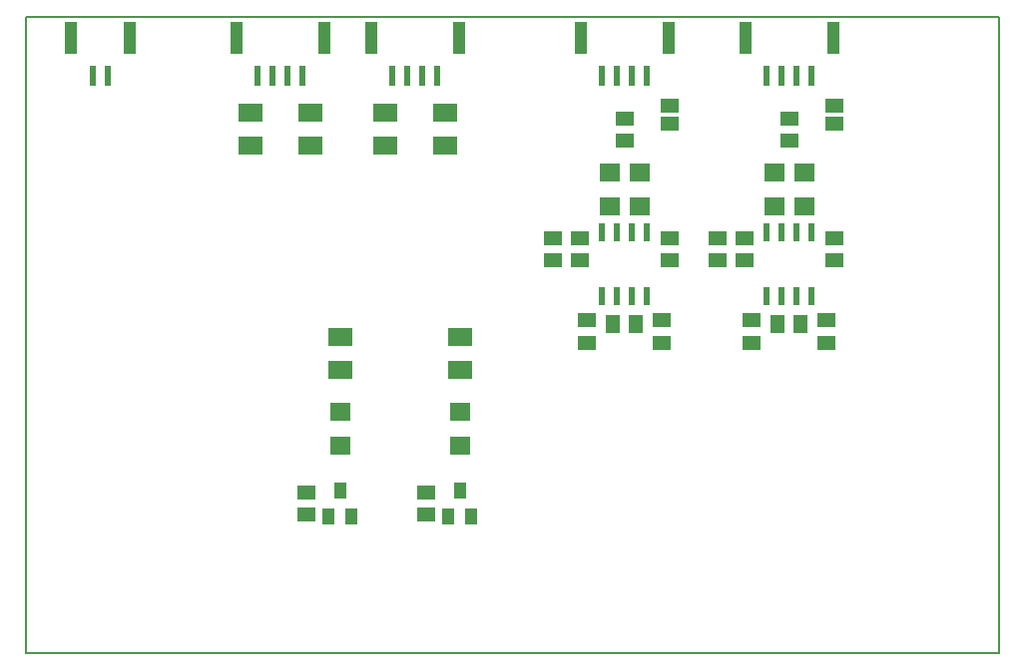
<source format=gtp>
G75*
%MOIN*%
%OFA0B0*%
%FSLAX25Y25*%
%IPPOS*%
%LPD*%
%AMOC8*
5,1,8,0,0,1.08239X$1,22.5*
%
%ADD10C,0.00800*%
%ADD11R,0.07874X0.06299*%
%ADD12R,0.07098X0.06299*%
%ADD13R,0.02400X0.06000*%
%ADD14R,0.05118X0.05906*%
%ADD15R,0.05906X0.05118*%
%ADD16R,0.06300X0.04600*%
%ADD17R,0.02362X0.06693*%
%ADD18R,0.03937X0.10630*%
%ADD19R,0.03937X0.05512*%
D10*
X0210000Y0455000D02*
X0210000Y0667500D01*
X0535000Y0667500D01*
X0535000Y0455000D01*
X0210000Y0455000D01*
D11*
X0315000Y0549488D03*
X0315000Y0560512D03*
X0355000Y0560512D03*
X0355000Y0549488D03*
X0350000Y0624488D03*
X0350000Y0635512D03*
X0330000Y0635512D03*
X0330000Y0624488D03*
X0305000Y0624488D03*
X0305000Y0635512D03*
X0285000Y0635512D03*
X0285000Y0624488D03*
D12*
X0315000Y0535598D03*
X0315000Y0524402D03*
X0355000Y0524402D03*
X0355000Y0535598D03*
X0405000Y0604402D03*
X0405000Y0615598D03*
X0415000Y0615598D03*
X0415000Y0604402D03*
X0460000Y0604402D03*
X0470000Y0604402D03*
X0470000Y0615598D03*
X0460000Y0615598D03*
D13*
X0462500Y0595600D03*
X0457500Y0595600D03*
X0467500Y0595600D03*
X0472500Y0595600D03*
X0472500Y0574400D03*
X0467500Y0574400D03*
X0462500Y0574400D03*
X0457500Y0574400D03*
X0417500Y0574400D03*
X0412500Y0574400D03*
X0407500Y0574400D03*
X0402500Y0574400D03*
X0402500Y0595600D03*
X0407500Y0595600D03*
X0412500Y0595600D03*
X0417500Y0595600D03*
D14*
X0413740Y0565000D03*
X0406260Y0565000D03*
X0461260Y0565000D03*
X0468740Y0565000D03*
D15*
X0477500Y0566240D03*
X0477500Y0558760D03*
X0452500Y0558760D03*
X0452500Y0566240D03*
X0450000Y0586260D03*
X0450000Y0593740D03*
X0441250Y0593740D03*
X0441250Y0586260D03*
X0425000Y0586260D03*
X0425000Y0593740D03*
X0422500Y0566240D03*
X0422500Y0558760D03*
X0397500Y0558760D03*
X0397500Y0566240D03*
X0395000Y0586260D03*
X0395000Y0593740D03*
X0386250Y0593740D03*
X0386250Y0586260D03*
X0410000Y0626260D03*
X0410000Y0633740D03*
X0465000Y0633740D03*
X0465000Y0626260D03*
X0480000Y0593740D03*
X0480000Y0586260D03*
X0343750Y0508740D03*
X0343750Y0501260D03*
X0303750Y0501260D03*
X0303750Y0508740D03*
D16*
X0425000Y0632000D03*
X0425000Y0638000D03*
X0480000Y0638000D03*
X0480000Y0632000D03*
D17*
X0472382Y0647904D03*
X0467461Y0647904D03*
X0462539Y0647904D03*
X0457618Y0647904D03*
X0417382Y0647904D03*
X0412461Y0647904D03*
X0407539Y0647904D03*
X0402618Y0647904D03*
X0347382Y0647904D03*
X0342461Y0647904D03*
X0337539Y0647904D03*
X0332618Y0647904D03*
X0302382Y0647904D03*
X0297461Y0647904D03*
X0292539Y0647904D03*
X0287618Y0647904D03*
X0237461Y0647904D03*
X0232539Y0647904D03*
D18*
X0225256Y0660502D03*
X0244744Y0660502D03*
X0280335Y0660502D03*
X0309665Y0660502D03*
X0325335Y0660502D03*
X0354665Y0660502D03*
X0395335Y0660502D03*
X0424665Y0660502D03*
X0450335Y0660502D03*
X0479665Y0660502D03*
D19*
X0355000Y0509331D03*
X0351260Y0500669D03*
X0358740Y0500669D03*
X0318740Y0500669D03*
X0311260Y0500669D03*
X0315000Y0509331D03*
M02*

</source>
